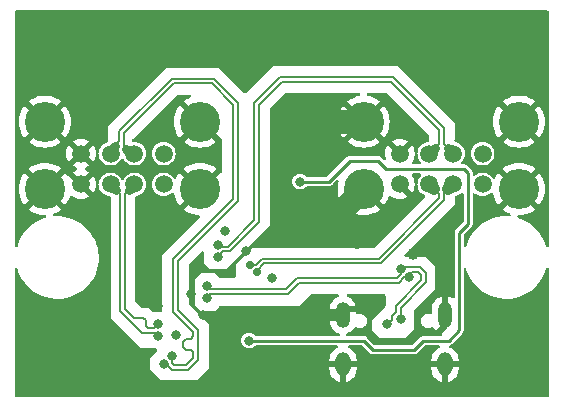
<source format=gbr>
%TF.GenerationSoftware,KiCad,Pcbnew,7.0.9-7.0.9~ubuntu22.04.1*%
%TF.CreationDate,2024-01-26T14:57:20+02:00*%
%TF.ProjectId,USB-NeoHUB_Rev_A,5553422d-4e65-46f4-9855-425f5265765f,A*%
%TF.SameCoordinates,PX5cfbb60PY69925e0*%
%TF.FileFunction,Copper,L2,Bot*%
%TF.FilePolarity,Positive*%
%FSLAX46Y46*%
G04 Gerber Fmt 4.6, Leading zero omitted, Abs format (unit mm)*
G04 Created by KiCad (PCBNEW 7.0.9-7.0.9~ubuntu22.04.1) date 2024-01-26 14:57:20*
%MOMM*%
%LPD*%
G01*
G04 APERTURE LIST*
%TA.AperFunction,ComponentPad*%
%ADD10C,3.400000*%
%TD*%
%TA.AperFunction,ComponentPad*%
%ADD11C,1.500000*%
%TD*%
%TA.AperFunction,ComponentPad*%
%ADD12O,1.200000X2.200000*%
%TD*%
%TA.AperFunction,ComponentPad*%
%ADD13O,1.300000X2.000000*%
%TD*%
%TA.AperFunction,ViaPad*%
%ADD14C,1.000000*%
%TD*%
%TA.AperFunction,ViaPad*%
%ADD15C,0.800000*%
%TD*%
%TA.AperFunction,ViaPad*%
%ADD16C,0.700000*%
%TD*%
%TA.AperFunction,Conductor*%
%ADD17C,0.508000*%
%TD*%
%TA.AperFunction,Conductor*%
%ADD18C,1.016000*%
%TD*%
%TA.AperFunction,Conductor*%
%ADD19C,2.032000*%
%TD*%
%TA.AperFunction,Conductor*%
%ADD20C,1.524000*%
%TD*%
%TA.AperFunction,Conductor*%
%ADD21C,0.762000*%
%TD*%
%TA.AperFunction,Conductor*%
%ADD22C,0.203200*%
%TD*%
%TA.AperFunction,Conductor*%
%ADD23C,0.254000*%
%TD*%
G04 APERTURE END LIST*
D10*
X43070000Y18000000D03*
X43070000Y23700000D03*
X29930000Y18000000D03*
X29930000Y23700000D03*
D11*
X40000000Y18380000D03*
X37500000Y18380000D03*
X35500000Y18380000D03*
X33000000Y18380000D03*
X40000000Y21000000D03*
X37500000Y21000000D03*
X35500000Y21000000D03*
X33000000Y21000000D03*
D12*
X36820000Y7330000D03*
X28180000Y7330000D03*
D13*
X36820000Y3150000D03*
X28180000Y3150000D03*
D10*
X16070000Y18000000D03*
X16070000Y23700000D03*
X2930000Y18000000D03*
X2930000Y23700000D03*
D11*
X13000000Y18380000D03*
X10500000Y18380000D03*
X8500000Y18380000D03*
X6000000Y18380000D03*
X13000000Y21000000D03*
X10500000Y21000000D03*
X8500000Y21000000D03*
X6000000Y21000000D03*
D14*
X8799000Y4147000D03*
X13498000Y1353000D03*
D15*
X14387000Y14688000D03*
D14*
X1433000Y8084000D03*
X9688000Y31833000D03*
X43851000Y29293000D03*
X22614502Y18879000D03*
X25309000Y29293000D03*
X5751000Y31833000D03*
X40930000Y31579000D03*
X12609000Y29293000D03*
X6513000Y25864000D03*
X22614502Y15196000D03*
X7910000Y29293000D03*
X3592000Y6052000D03*
X30897000Y3131000D03*
X16419000Y1353000D03*
X7656000Y9735000D03*
X40422000Y1226000D03*
D15*
X15276000Y9100000D03*
D14*
X17054000Y29293000D03*
D15*
X22134000Y10497000D03*
D14*
X37247000Y28785000D03*
X14387000Y31833000D03*
D15*
X14006000Y5671000D03*
X19975000Y12783000D03*
D14*
X25309000Y20276000D03*
X7402000Y14688000D03*
X42073000Y6306000D03*
X28357000Y31579000D03*
X36485000Y12910000D03*
X23912000Y3766000D03*
X25055000Y7830000D03*
X22614502Y16974000D03*
D15*
X16292000Y7322000D03*
D14*
X11593000Y16593000D03*
X27214000Y972000D03*
X34072000Y12529000D03*
X32421000Y28912000D03*
X34707000Y3131000D03*
X40041000Y8211000D03*
X34453000Y31579000D03*
X44867000Y8465000D03*
D15*
X12482000Y8084000D03*
D14*
X8037000Y1353000D03*
X29373000Y13418000D03*
X19975000Y1353000D03*
X5497000Y3258000D03*
X19086000Y31833000D03*
D15*
X18197000Y14434000D03*
D14*
X44867000Y4909000D03*
X1941000Y27769000D03*
X39406000Y26118000D03*
X42000000Y3600000D03*
X25278900Y17355000D03*
X3592000Y1353000D03*
X12482000Y13037000D03*
X32421000Y1226000D03*
X1433000Y4655000D03*
D15*
X17562000Y13284600D03*
X17562000Y12281400D03*
X12484482Y6538600D03*
X12484482Y5535400D03*
X13725685Y3866685D03*
X13016315Y3157315D03*
X24547000Y18625000D03*
X20229000Y5163000D03*
X16641750Y8785400D03*
X31913000Y6560000D03*
X33791685Y10523315D03*
X33082315Y11232685D03*
X16641750Y9788600D03*
X33062900Y6966400D03*
D16*
X20929330Y10939670D03*
X20290670Y11578330D03*
D17*
X28180000Y7330000D02*
X28680000Y7830000D01*
D18*
X28180000Y7330000D02*
X26714000Y7330000D01*
D19*
X29930000Y23700000D02*
X24669000Y23700000D01*
D17*
X28680000Y7830000D02*
X29881000Y7830000D01*
D18*
X22614502Y16974000D02*
X22614502Y18879000D01*
D19*
X26237000Y14307000D02*
X29930000Y18000000D01*
D18*
X7656000Y9735000D02*
X8037000Y10116000D01*
X8037000Y10116000D02*
X8037000Y13672000D01*
X8037000Y13672000D02*
X7529000Y14180000D01*
D17*
X36820000Y7330000D02*
X36820000Y6387000D01*
X36820000Y6387000D02*
X36231000Y5798000D01*
D18*
X29373000Y13418000D02*
X29373000Y14561000D01*
X22614502Y15350498D02*
X23658000Y14307000D01*
D17*
X16292000Y7322000D02*
X18197000Y7322000D01*
D18*
X22614502Y16974000D02*
X22614502Y15350498D01*
X22614502Y21645502D02*
X22614502Y18879000D01*
X24669000Y23700000D02*
X22614502Y21645502D01*
D20*
X23658000Y14307000D02*
X26237000Y14307000D01*
D21*
X37500000Y21000000D02*
X37062400Y21437600D01*
D22*
X36703201Y23139169D02*
X32378170Y27464200D01*
X32378170Y27464200D02*
X22811830Y27464200D01*
X17733400Y13113200D02*
X17562000Y13284600D01*
X20660800Y25313170D02*
X20660800Y15364336D01*
X37062400Y21437600D02*
X36703201Y21796799D01*
X36703201Y21796799D02*
X36703201Y23139169D01*
X22811830Y27464200D02*
X20660800Y25313170D01*
X18409664Y13113200D02*
X17733400Y13113200D01*
X20660800Y15364336D02*
X18409664Y13113200D01*
X35948000Y21448000D02*
X36296799Y21796799D01*
X32209830Y27057800D02*
X22980170Y27057800D01*
X36296799Y21796799D02*
X36296799Y22970831D01*
X36296799Y22970831D02*
X32209830Y27057800D01*
X21067200Y25144830D02*
X21067200Y15196000D01*
X22980170Y27057800D02*
X21067200Y25144830D01*
D21*
X35500000Y21000000D02*
X35948000Y21448000D01*
D22*
X17987400Y12706800D02*
X17562000Y12281400D01*
X21067200Y15196000D02*
X18578000Y12706800D01*
X18578000Y12706800D02*
X17987400Y12706800D01*
D21*
X10064100Y17944100D02*
X10500000Y18380000D01*
D22*
X11658799Y6240201D02*
X11466000Y6433000D01*
X11262800Y7068000D02*
X10483366Y7068000D01*
X12484482Y6538600D02*
X12186083Y6240201D01*
X9703201Y7848165D02*
X9703201Y17583201D01*
X11466000Y6433000D02*
X11466000Y6864800D01*
X11466000Y6864800D02*
X11262800Y7068000D01*
X10483366Y7068000D02*
X9703201Y7848165D01*
X12186083Y6240201D02*
X11658799Y6240201D01*
X9703201Y17583201D02*
X10064100Y17944100D01*
D21*
X8933400Y17946600D02*
X8500000Y18380000D01*
D22*
X12186083Y5833799D02*
X11142831Y5833799D01*
X9296799Y17583201D02*
X8933400Y17946600D01*
X11142831Y5833799D02*
X9296799Y7679831D01*
X9296799Y7679831D02*
X9296799Y17583201D01*
X12484482Y5535400D02*
X12186083Y5833799D01*
X13836170Y26930800D02*
X9637200Y22731830D01*
X17096830Y26930800D02*
X13836170Y26930800D01*
X14856900Y5290000D02*
X15276000Y5290000D01*
X15504600Y5917030D02*
X13802800Y7618830D01*
X15504600Y4172400D02*
X15276000Y4401000D01*
X15504600Y3680336D02*
X15504600Y4172400D01*
X14641000Y5074100D02*
X14856900Y5290000D01*
X14641000Y4629600D02*
X14641000Y5074100D01*
X13802800Y7618830D02*
X13802800Y12071800D01*
X13802800Y12071800D02*
X18882800Y17151800D01*
X15276000Y5290000D02*
X15504600Y5518600D01*
X13725685Y3866685D02*
X13725685Y3224051D01*
X18882800Y25144830D02*
X17096830Y26930800D01*
D21*
X10500000Y21000000D02*
X10234000Y21000000D01*
D22*
X14904464Y3080200D02*
X15504600Y3680336D01*
X15276000Y4401000D02*
X14869600Y4401000D01*
D21*
X10234000Y21000000D02*
X9815000Y21419000D01*
D22*
X15504600Y5518600D02*
X15504600Y5917030D01*
X9637200Y21596800D02*
X9815000Y21419000D01*
X13869536Y3080200D02*
X14904464Y3080200D01*
X9637200Y22731830D02*
X9637200Y21596800D01*
X13725685Y3224051D02*
X13869536Y3080200D01*
X18882800Y17151800D02*
X18882800Y25144830D01*
X14869600Y4401000D02*
X14641000Y4629600D01*
X19289200Y16983464D02*
X19289200Y25313170D01*
D21*
X8500000Y21297800D02*
X8875200Y21673000D01*
D22*
X9230800Y22900170D02*
X9230800Y22028600D01*
X14209200Y11903464D02*
X19289200Y16983464D01*
X15911000Y6085370D02*
X14209200Y7787170D01*
X13701200Y2673800D02*
X15072800Y2673800D01*
X13217685Y3157315D02*
X13701200Y2673800D01*
X13667830Y27337200D02*
X9230800Y22900170D01*
X15072800Y2673800D02*
X15911000Y3512000D01*
X9230800Y22028600D02*
X8875200Y21673000D01*
X13016315Y3157315D02*
X13217685Y3157315D01*
D21*
X8500000Y21000000D02*
X8500000Y21297800D01*
D22*
X19289200Y25313170D02*
X17265170Y27337200D01*
X14209200Y7787170D02*
X14209200Y11903464D01*
X17265170Y27337200D02*
X13667830Y27337200D01*
X15911000Y3512000D02*
X15911000Y6085370D01*
D23*
X38771000Y19387000D02*
X38771000Y15069000D01*
X38009000Y6052000D02*
X37120000Y5163000D01*
X34961000Y5163000D02*
X34199000Y4401000D01*
X31862200Y19691800D02*
X38466200Y19691800D01*
X31151000Y20403000D02*
X31862200Y19691800D01*
X38466200Y19691800D02*
X38771000Y19387000D01*
X38009000Y14307000D02*
X38009000Y6052000D01*
X37120000Y5163000D02*
X34961000Y5163000D01*
X24547000Y18625000D02*
X26960000Y18625000D01*
X30706500Y4401000D02*
X29944500Y5163000D01*
X26960000Y18625000D02*
X28738000Y20403000D01*
X28738000Y20403000D02*
X31151000Y20403000D01*
X29944500Y5163000D02*
X20229000Y5163000D01*
X34199000Y4401000D02*
X30706500Y4401000D01*
X38771000Y15069000D02*
X38009000Y14307000D01*
D22*
X34808600Y10709664D02*
X34538664Y10979600D01*
X23514799Y9083799D02*
X24470800Y10039800D01*
X34538664Y10979600D02*
X34046600Y10979600D01*
X16940149Y9083799D02*
X23514799Y9083799D01*
X31913000Y6560000D02*
X32294000Y6941000D01*
X24470800Y10039800D02*
X32886169Y10039800D01*
X32656500Y8098870D02*
X34808600Y10250970D01*
X32886169Y10039800D02*
X33369684Y10523315D01*
X16641750Y8785400D02*
X16940149Y9083799D01*
X33791685Y10724685D02*
X33791685Y10523315D01*
X32294000Y7245800D02*
X32656500Y7608300D01*
X34046600Y10979600D02*
X33791685Y10724685D01*
X34808600Y10250970D02*
X34808600Y10709664D01*
X33369684Y10523315D02*
X33791685Y10523315D01*
X32294000Y6941000D02*
X32294000Y7245800D01*
X32656500Y7608300D02*
X32656500Y8098870D01*
X24302464Y10446200D02*
X32717831Y10446200D01*
X32717831Y10446200D02*
X33082315Y10810684D01*
X33235630Y11386000D02*
X33082315Y11232685D01*
X23346465Y9490201D02*
X24302464Y10446200D01*
X16940149Y9490201D02*
X23346465Y9490201D01*
X16641750Y9788600D02*
X16940149Y9490201D01*
X33062900Y6966400D02*
X33062900Y7930530D01*
X33082315Y10810684D02*
X33082315Y11232685D01*
X35215000Y10082630D02*
X35215000Y10878000D01*
X33062900Y7930530D02*
X35215000Y10082630D01*
X35215000Y10878000D02*
X34707000Y11386000D01*
X34707000Y11386000D02*
X33235630Y11386000D01*
X31362170Y11690800D02*
X21524400Y11690800D01*
X36703201Y17031831D02*
X31362170Y11690800D01*
D18*
X37500000Y18380000D02*
X37115000Y17995000D01*
D22*
X20929330Y11095730D02*
X20929330Y10939670D01*
X36703201Y17583201D02*
X36703201Y17031831D01*
X21524400Y11690800D02*
X20929330Y11095730D01*
X37115000Y17995000D02*
X36703201Y17583201D01*
X20848064Y11589200D02*
X20301540Y11589200D01*
X20301540Y11589200D02*
X20290670Y11578330D01*
D18*
X35500000Y18380000D02*
X35870000Y18010000D01*
D22*
X36296799Y17200169D02*
X31193830Y12097200D01*
X21356064Y12097200D02*
X20848064Y11589200D01*
X35870000Y18010000D02*
X36296799Y17583201D01*
X31193830Y12097200D02*
X21356064Y12097200D01*
X36296799Y17583201D02*
X36296799Y17200169D01*
%TA.AperFunction,Conductor*%
G36*
X45560621Y33098498D02*
G01*
X45607114Y33044842D01*
X45618500Y32992500D01*
X45618500Y13179260D01*
X45598498Y13111139D01*
X45544842Y13064646D01*
X45474568Y13054542D01*
X45409988Y13084036D01*
X45371865Y13142885D01*
X45297600Y13389181D01*
X45297596Y13389190D01*
X45285437Y13418000D01*
X45152511Y13732967D01*
X44971707Y14059374D01*
X44757232Y14364713D01*
X44757227Y14364719D01*
X44757222Y14364725D01*
X44511517Y14645527D01*
X44511515Y14645529D01*
X44237344Y14898630D01*
X43937828Y15121152D01*
X43937827Y15121154D01*
X43758157Y15227023D01*
X43616345Y15310585D01*
X43276554Y15464770D01*
X43276551Y15464771D01*
X43018391Y15550175D01*
X42960000Y15590560D01*
X42932712Y15656103D01*
X42945191Y15725994D01*
X42993475Y15778044D01*
X43062234Y15795727D01*
X43066215Y15795529D01*
X43070006Y15795281D01*
X43357769Y15814142D01*
X43357787Y15814145D01*
X43640619Y15870404D01*
X43640632Y15870407D01*
X43913702Y15963102D01*
X43913716Y15963108D01*
X44172357Y16090654D01*
X44412144Y16250876D01*
X44412147Y16250879D01*
X44440607Y16275838D01*
X44440607Y16275840D01*
X43725308Y16991139D01*
X43881898Y17109390D01*
X44031723Y17273740D01*
X44076880Y17346673D01*
X44794160Y16629393D01*
X44794162Y16629393D01*
X44819121Y16657853D01*
X44819124Y16657856D01*
X44979346Y16897643D01*
X45106892Y17156284D01*
X45106898Y17156298D01*
X45199593Y17429368D01*
X45199596Y17429381D01*
X45255855Y17712213D01*
X45255858Y17712231D01*
X45274720Y17999997D01*
X45274720Y18000004D01*
X45255858Y18287770D01*
X45255855Y18287788D01*
X45199596Y18570620D01*
X45199593Y18570633D01*
X45106898Y18843703D01*
X45106892Y18843717D01*
X44979346Y19102358D01*
X44819123Y19342147D01*
X44794161Y19370610D01*
X44076880Y18653329D01*
X44031723Y18726260D01*
X43881898Y18890610D01*
X43725307Y19008862D01*
X44440607Y19724162D01*
X44440607Y19724164D01*
X44412152Y19749119D01*
X44412148Y19749122D01*
X44172357Y19909347D01*
X43913716Y20036893D01*
X43913702Y20036899D01*
X43640632Y20129594D01*
X43640619Y20129597D01*
X43357787Y20185856D01*
X43357769Y20185859D01*
X43070003Y20204720D01*
X43069997Y20204720D01*
X42782230Y20185859D01*
X42782212Y20185856D01*
X42499380Y20129597D01*
X42499367Y20129594D01*
X42226297Y20036899D01*
X42226283Y20036893D01*
X41967642Y19909347D01*
X41727852Y19749123D01*
X41727849Y19749121D01*
X41699391Y19724164D01*
X41699391Y19724162D01*
X42414691Y19008862D01*
X42258102Y18890610D01*
X42108277Y18726260D01*
X42063119Y18653328D01*
X41345838Y19370609D01*
X41345836Y19370609D01*
X41320879Y19342151D01*
X41320877Y19342148D01*
X41160653Y19102358D01*
X41073469Y18925563D01*
X41025401Y18873314D01*
X40956715Y18855347D01*
X40889220Y18877366D01*
X40849341Y18921894D01*
X40847499Y18925340D01*
X40839252Y18940770D01*
X40713725Y19093725D01*
X40560770Y19219252D01*
X40386265Y19312527D01*
X40196916Y19369965D01*
X40196915Y19369966D01*
X40196909Y19369967D01*
X40000003Y19389360D01*
X39999997Y19389360D01*
X39803090Y19369967D01*
X39613734Y19312527D01*
X39439229Y19219252D01*
X39415771Y19200000D01*
X39376290Y19167598D01*
X39358434Y19152944D01*
X39293087Y19125190D01*
X39223108Y19137172D01*
X39170717Y19185084D01*
X39152500Y19250343D01*
X39152500Y19334367D01*
X39155182Y19360227D01*
X39157445Y19371017D01*
X39152983Y19406811D01*
X39152500Y19414601D01*
X39152500Y19418612D01*
X39148596Y19442005D01*
X39141696Y19497361D01*
X39139426Y19504987D01*
X39136818Y19512581D01*
X39136818Y19512586D01*
X39110270Y19561642D01*
X39085776Y19611746D01*
X39085772Y19611750D01*
X39081129Y19618254D01*
X39076216Y19624567D01*
X39035181Y19662341D01*
X38922767Y19774755D01*
X38773177Y19924345D01*
X38756790Y19944526D01*
X38750760Y19953756D01*
X38750759Y19953758D01*
X38722304Y19975904D01*
X38716445Y19981078D01*
X38713613Y19983910D01*
X38713602Y19983920D01*
X38694299Y19997701D01*
X38650286Y20031958D01*
X38643264Y20035758D01*
X38636072Y20039274D01*
X38636070Y20039275D01*
X38636067Y20039276D01*
X38582612Y20055191D01*
X38529864Y20073299D01*
X38529863Y20073300D01*
X38529861Y20073300D01*
X38529858Y20073300D01*
X38521948Y20074621D01*
X38514042Y20075606D01*
X38458316Y20073300D01*
X38304940Y20073300D01*
X38236819Y20093302D01*
X38190326Y20146958D01*
X38180222Y20217232D01*
X38209716Y20281812D01*
X38212630Y20284943D01*
X38213719Y20286271D01*
X38213725Y20286275D01*
X38339252Y20439230D01*
X38432527Y20613735D01*
X38489965Y20803084D01*
X38502280Y20928111D01*
X38509360Y20999998D01*
X38990640Y20999998D01*
X39010033Y20803091D01*
X39010034Y20803085D01*
X39010035Y20803084D01*
X39067473Y20613735D01*
X39160748Y20439230D01*
X39286275Y20286275D01*
X39439230Y20160748D01*
X39613735Y20067473D01*
X39803084Y20010035D01*
X39803088Y20010035D01*
X39803090Y20010034D01*
X39999997Y19990640D01*
X40000000Y19990640D01*
X40000003Y19990640D01*
X40196909Y20010034D01*
X40196910Y20010035D01*
X40196916Y20010035D01*
X40386265Y20067473D01*
X40560770Y20160748D01*
X40713725Y20286275D01*
X40839252Y20439230D01*
X40932527Y20613735D01*
X40989965Y20803084D01*
X41002280Y20928111D01*
X41009360Y20999998D01*
X41009360Y21000003D01*
X40989966Y21196910D01*
X40989965Y21196912D01*
X40989965Y21196916D01*
X40932527Y21386265D01*
X40839252Y21560770D01*
X40713725Y21713725D01*
X40560770Y21839252D01*
X40386265Y21932527D01*
X40196916Y21989965D01*
X40196915Y21989966D01*
X40196909Y21989967D01*
X40000003Y22009360D01*
X39999997Y22009360D01*
X39803090Y21989967D01*
X39613734Y21932527D01*
X39439229Y21839252D01*
X39286275Y21713725D01*
X39160748Y21560771D01*
X39067473Y21386266D01*
X39010033Y21196910D01*
X38990640Y21000003D01*
X38990640Y20999998D01*
X38509360Y20999998D01*
X38509360Y21000003D01*
X38489966Y21196910D01*
X38489965Y21196912D01*
X38489965Y21196916D01*
X38432527Y21386265D01*
X38339252Y21560770D01*
X38213725Y21713725D01*
X38060770Y21839252D01*
X37886266Y21932527D01*
X37710768Y21985763D01*
X37698632Y21989445D01*
X37639252Y22028360D01*
X37610336Y22093201D01*
X37621067Y22163382D01*
X37628000Y22173273D01*
X37628000Y23578000D01*
X37627999Y23578002D01*
X37506004Y23699997D01*
X40865280Y23699997D01*
X40884141Y23412231D01*
X40884144Y23412213D01*
X40940403Y23129381D01*
X40940406Y23129368D01*
X41033101Y22856298D01*
X41033107Y22856284D01*
X41160653Y22597643D01*
X41320878Y22357852D01*
X41320881Y22357848D01*
X41345836Y22329393D01*
X41345838Y22329393D01*
X42063118Y23046674D01*
X42108277Y22973740D01*
X42258102Y22809390D01*
X42414690Y22691140D01*
X41699390Y21975839D01*
X41727853Y21950877D01*
X41967642Y21790654D01*
X42226283Y21663108D01*
X42226297Y21663102D01*
X42499367Y21570407D01*
X42499380Y21570404D01*
X42782212Y21514145D01*
X42782230Y21514142D01*
X43069997Y21495280D01*
X43070003Y21495280D01*
X43357769Y21514142D01*
X43357787Y21514145D01*
X43640619Y21570404D01*
X43640632Y21570407D01*
X43913702Y21663102D01*
X43913716Y21663108D01*
X44172357Y21790654D01*
X44412144Y21950876D01*
X44412147Y21950879D01*
X44440607Y21975838D01*
X44440607Y21975840D01*
X43725308Y22691139D01*
X43881898Y22809390D01*
X44031723Y22973740D01*
X44076880Y23046673D01*
X44794160Y22329393D01*
X44794162Y22329393D01*
X44819121Y22357853D01*
X44819124Y22357856D01*
X44979346Y22597643D01*
X45106892Y22856284D01*
X45106898Y22856298D01*
X45199593Y23129368D01*
X45199596Y23129381D01*
X45255855Y23412213D01*
X45255858Y23412231D01*
X45274720Y23699997D01*
X45274720Y23700004D01*
X45255858Y23987770D01*
X45255855Y23987788D01*
X45199596Y24270620D01*
X45199593Y24270633D01*
X45106898Y24543703D01*
X45106892Y24543717D01*
X44979346Y24802358D01*
X44819123Y25042147D01*
X44794161Y25070610D01*
X44076880Y24353329D01*
X44031723Y24426260D01*
X43881898Y24590610D01*
X43725307Y24708862D01*
X44440607Y25424162D01*
X44440607Y25424164D01*
X44412152Y25449119D01*
X44412148Y25449122D01*
X44172357Y25609347D01*
X43913716Y25736893D01*
X43913702Y25736899D01*
X43640632Y25829594D01*
X43640619Y25829597D01*
X43357787Y25885856D01*
X43357769Y25885859D01*
X43070003Y25904720D01*
X43069997Y25904720D01*
X42782230Y25885859D01*
X42782212Y25885856D01*
X42499380Y25829597D01*
X42499367Y25829594D01*
X42226297Y25736899D01*
X42226283Y25736893D01*
X41967642Y25609347D01*
X41727852Y25449123D01*
X41727849Y25449121D01*
X41699391Y25424164D01*
X41699391Y25424162D01*
X42414691Y24708862D01*
X42258102Y24590610D01*
X42108277Y24426260D01*
X42063119Y24353328D01*
X41345838Y25070609D01*
X41345836Y25070609D01*
X41320879Y25042151D01*
X41320877Y25042148D01*
X41160653Y24802358D01*
X41033107Y24543717D01*
X41033101Y24543703D01*
X40940406Y24270633D01*
X40940403Y24270620D01*
X40884144Y23987788D01*
X40884141Y23987770D01*
X40865280Y23700004D01*
X40865280Y23699997D01*
X37506004Y23699997D01*
X32802001Y28404000D01*
X32802000Y28404000D01*
X22261000Y28404000D01*
X22260998Y28404000D01*
X20000595Y26143596D01*
X19938283Y26109570D01*
X19867468Y26114635D01*
X19822405Y26143596D01*
X17689001Y28277000D01*
X17689000Y28277000D01*
X13244000Y28277000D01*
X13243998Y28277000D01*
X8291000Y23324002D01*
X8291000Y22180999D01*
X8291737Y22180262D01*
X8325763Y22117950D01*
X8320698Y22047135D01*
X8278151Y21990299D01*
X8239218Y21970593D01*
X8113740Y21932530D01*
X8113735Y21932528D01*
X7939229Y21839252D01*
X7786275Y21713725D01*
X7660748Y21560771D01*
X7567473Y21386266D01*
X7510033Y21196910D01*
X7498545Y21080271D01*
X7471962Y21014439D01*
X7453050Y21001058D01*
X7463649Y20995050D01*
X7496682Y20932206D01*
X7498545Y20919730D01*
X7510033Y20803091D01*
X7510034Y20803085D01*
X7510035Y20803084D01*
X7567473Y20613735D01*
X7660748Y20439230D01*
X7786275Y20286275D01*
X7939230Y20160748D01*
X8113735Y20067473D01*
X8303084Y20010035D01*
X8303088Y20010035D01*
X8303090Y20010034D01*
X8499997Y19990640D01*
X8500000Y19990640D01*
X8500003Y19990640D01*
X8696909Y20010034D01*
X8696910Y20010035D01*
X8696916Y20010035D01*
X8886265Y20067473D01*
X9060770Y20160748D01*
X9213725Y20286275D01*
X9339252Y20439230D01*
X9388878Y20532075D01*
X9438630Y20582722D01*
X9507867Y20598432D01*
X9574606Y20574216D01*
X9611121Y20532075D01*
X9660748Y20439230D01*
X9786275Y20286275D01*
X9939230Y20160748D01*
X10113735Y20067473D01*
X10303084Y20010035D01*
X10303088Y20010035D01*
X10303090Y20010034D01*
X10499997Y19990640D01*
X10500000Y19990640D01*
X10500003Y19990640D01*
X10696909Y20010034D01*
X10696910Y20010035D01*
X10696916Y20010035D01*
X10886265Y20067473D01*
X11060770Y20160748D01*
X11213725Y20286275D01*
X11339252Y20439230D01*
X11432527Y20613735D01*
X11489965Y20803084D01*
X11502280Y20928111D01*
X11509360Y20999998D01*
X11990640Y20999998D01*
X12010033Y20803091D01*
X12010034Y20803085D01*
X12010035Y20803084D01*
X12067473Y20613735D01*
X12160748Y20439230D01*
X12286275Y20286275D01*
X12439230Y20160748D01*
X12613735Y20067473D01*
X12803084Y20010035D01*
X12803088Y20010035D01*
X12803090Y20010034D01*
X12999997Y19990640D01*
X13000000Y19990640D01*
X13000003Y19990640D01*
X13196909Y20010034D01*
X13196910Y20010035D01*
X13196916Y20010035D01*
X13386265Y20067473D01*
X13560770Y20160748D01*
X13713725Y20286275D01*
X13839252Y20439230D01*
X13932527Y20613735D01*
X13989965Y20803084D01*
X14002280Y20928111D01*
X14009360Y20999998D01*
X14009360Y21000003D01*
X13989966Y21196910D01*
X13989965Y21196912D01*
X13989965Y21196916D01*
X13932527Y21386265D01*
X13839252Y21560770D01*
X13713725Y21713725D01*
X13560770Y21839252D01*
X13386265Y21932527D01*
X13196916Y21989965D01*
X13196915Y21989966D01*
X13196909Y21989967D01*
X13000003Y22009360D01*
X12999997Y22009360D01*
X12803090Y21989967D01*
X12613734Y21932527D01*
X12439229Y21839252D01*
X12286275Y21713725D01*
X12160748Y21560771D01*
X12067473Y21386266D01*
X12010033Y21196910D01*
X11990640Y21000003D01*
X11990640Y20999998D01*
X11509360Y20999998D01*
X11509360Y21000003D01*
X11489966Y21196910D01*
X11489965Y21196912D01*
X11489965Y21196916D01*
X11432527Y21386265D01*
X11339252Y21560770D01*
X11213725Y21713725D01*
X11060770Y21839252D01*
X10886265Y21932527D01*
X10696916Y21989965D01*
X10696915Y21989966D01*
X10696909Y21989967D01*
X10500003Y22009360D01*
X10500001Y22009360D01*
X10500000Y22009360D01*
X10488658Y22008243D01*
X10463717Y22005787D01*
X10393964Y22019018D01*
X10342437Y22067859D01*
X10325496Y22136805D01*
X10348518Y22203965D01*
X10362264Y22220265D01*
X10577000Y22435000D01*
X14096095Y25954095D01*
X14158407Y25988121D01*
X14185190Y25991000D01*
X15211687Y25991000D01*
X15279808Y25970998D01*
X15326301Y25917342D01*
X15336405Y25847068D01*
X15306911Y25782488D01*
X15252188Y25745687D01*
X15226297Y25736899D01*
X15226283Y25736893D01*
X14967642Y25609347D01*
X14727852Y25449123D01*
X14727849Y25449121D01*
X14699391Y25424164D01*
X14699391Y25424162D01*
X15414691Y24708862D01*
X15258102Y24590610D01*
X15108277Y24426260D01*
X15063119Y24353328D01*
X14345838Y25070609D01*
X14345836Y25070609D01*
X14320879Y25042151D01*
X14320877Y25042148D01*
X14160653Y24802358D01*
X14033107Y24543717D01*
X14033101Y24543703D01*
X13940406Y24270633D01*
X13940403Y24270620D01*
X13884144Y23987788D01*
X13884141Y23987770D01*
X13865280Y23700004D01*
X13865280Y23699997D01*
X13884141Y23412231D01*
X13884144Y23412213D01*
X13940403Y23129381D01*
X13940406Y23129368D01*
X14033101Y22856298D01*
X14033107Y22856284D01*
X14160653Y22597643D01*
X14320878Y22357852D01*
X14320881Y22357848D01*
X14345836Y22329393D01*
X14345838Y22329393D01*
X15063118Y23046674D01*
X15108277Y22973740D01*
X15258102Y22809390D01*
X15414690Y22691140D01*
X14699390Y21975839D01*
X14727853Y21950877D01*
X14967642Y21790654D01*
X15226283Y21663108D01*
X15226297Y21663102D01*
X15499367Y21570407D01*
X15499380Y21570404D01*
X15782212Y21514145D01*
X15782230Y21514142D01*
X16069997Y21495280D01*
X16070003Y21495280D01*
X16357769Y21514142D01*
X16357787Y21514145D01*
X16640619Y21570404D01*
X16640632Y21570407D01*
X16913702Y21663102D01*
X16913716Y21663108D01*
X17172357Y21790654D01*
X17412144Y21950876D01*
X17412147Y21950879D01*
X17440607Y21975838D01*
X17440607Y21975840D01*
X16725308Y22691139D01*
X16881898Y22809390D01*
X17031723Y22973740D01*
X17076880Y23046673D01*
X17794160Y22329393D01*
X17812879Y22330005D01*
X17881617Y22312241D01*
X17929840Y22260135D01*
X17943000Y22204072D01*
X17943000Y19495930D01*
X17922998Y19427809D01*
X17869342Y19381316D01*
X17812879Y19369997D01*
X17794161Y19370610D01*
X17076880Y18653329D01*
X17031723Y18726260D01*
X16881898Y18890610D01*
X16725307Y19008862D01*
X17440607Y19724162D01*
X17440607Y19724164D01*
X17412152Y19749119D01*
X17412148Y19749122D01*
X17172357Y19909347D01*
X16913716Y20036893D01*
X16913702Y20036899D01*
X16640632Y20129594D01*
X16640619Y20129597D01*
X16357787Y20185856D01*
X16357769Y20185859D01*
X16070003Y20204720D01*
X16069997Y20204720D01*
X15782230Y20185859D01*
X15782212Y20185856D01*
X15499380Y20129597D01*
X15499367Y20129594D01*
X15226297Y20036899D01*
X15226283Y20036893D01*
X14967642Y19909347D01*
X14727852Y19749123D01*
X14727849Y19749121D01*
X14699391Y19724164D01*
X14699391Y19724162D01*
X15414691Y19008862D01*
X15258102Y18890610D01*
X15108277Y18726260D01*
X15063119Y18653328D01*
X14345838Y19370609D01*
X14345836Y19370609D01*
X14320879Y19342151D01*
X14320877Y19342148D01*
X14160653Y19102358D01*
X14073469Y18925563D01*
X14025401Y18873314D01*
X13956715Y18855347D01*
X13889220Y18877366D01*
X13849341Y18921894D01*
X13847499Y18925340D01*
X13839252Y18940770D01*
X13713725Y19093725D01*
X13560770Y19219252D01*
X13386265Y19312527D01*
X13196916Y19369965D01*
X13196915Y19369966D01*
X13196909Y19369967D01*
X13000003Y19389360D01*
X12999997Y19389360D01*
X12803090Y19369967D01*
X12613734Y19312527D01*
X12439229Y19219252D01*
X12286275Y19093725D01*
X12160748Y18940771D01*
X12067473Y18766266D01*
X12010033Y18576910D01*
X11990640Y18380003D01*
X11990640Y18379998D01*
X12010033Y18183091D01*
X12010034Y18183085D01*
X12010035Y18183084D01*
X12067473Y17993735D01*
X12160748Y17819230D01*
X12286275Y17666275D01*
X12439230Y17540748D01*
X12613735Y17447473D01*
X12803084Y17390035D01*
X12803088Y17390035D01*
X12803090Y17390034D01*
X12999997Y17370640D01*
X13000000Y17370640D01*
X13000003Y17370640D01*
X13196909Y17390034D01*
X13196910Y17390035D01*
X13196916Y17390035D01*
X13386265Y17447473D01*
X13560770Y17540748D01*
X13705586Y17659596D01*
X13770929Y17687348D01*
X13840907Y17675367D01*
X13893299Y17627454D01*
X13909095Y17586777D01*
X13940404Y17429378D01*
X13940406Y17429368D01*
X14033101Y17156298D01*
X14033107Y17156284D01*
X14160653Y16897643D01*
X14320878Y16657852D01*
X14320881Y16657848D01*
X14345836Y16629393D01*
X14345838Y16629393D01*
X15063118Y17346674D01*
X15108277Y17273740D01*
X15258102Y17109390D01*
X15414690Y16991139D01*
X14699390Y16275839D01*
X14727853Y16250877D01*
X14967642Y16090654D01*
X15226283Y15963108D01*
X15226297Y15963102D01*
X15499367Y15870407D01*
X15499380Y15870404D01*
X15782212Y15814145D01*
X15782229Y15814142D01*
X15967329Y15802010D01*
X16033995Y15777596D01*
X16076880Y15721014D01*
X16082366Y15650230D01*
X16048712Y15587716D01*
X16048183Y15587185D01*
X12863000Y12402002D01*
X12863000Y7702000D01*
X12842998Y7633879D01*
X12789342Y7587386D01*
X12737000Y7576000D01*
X12153190Y7576000D01*
X12085069Y7596002D01*
X12064099Y7612901D01*
X11720000Y7957000D01*
X11137190Y7957000D01*
X11069069Y7977002D01*
X11048095Y7993905D01*
X10613905Y8428095D01*
X10579879Y8490407D01*
X10577000Y8517190D01*
X10577000Y17264025D01*
X10597002Y17332146D01*
X10650658Y17378639D01*
X10690656Y17389419D01*
X10696916Y17390035D01*
X10886265Y17447473D01*
X11060770Y17540748D01*
X11213725Y17666275D01*
X11339252Y17819230D01*
X11432527Y17993735D01*
X11489965Y18183084D01*
X11490430Y18187799D01*
X11509360Y18379998D01*
X11509360Y18380003D01*
X11489966Y18576910D01*
X11489965Y18576912D01*
X11489965Y18576916D01*
X11432527Y18766265D01*
X11339252Y18940770D01*
X11213725Y19093725D01*
X11060770Y19219252D01*
X10886265Y19312527D01*
X10696916Y19369965D01*
X10696915Y19369966D01*
X10696909Y19369967D01*
X10500003Y19389360D01*
X10499997Y19389360D01*
X10303090Y19369967D01*
X10113734Y19312527D01*
X9939229Y19219252D01*
X9786275Y19093725D01*
X9660748Y18940771D01*
X9611122Y18847927D01*
X9561370Y18797279D01*
X9492133Y18781569D01*
X9425394Y18805785D01*
X9388878Y18847927D01*
X9349341Y18921894D01*
X9339252Y18940770D01*
X9213725Y19093725D01*
X9060770Y19219252D01*
X8886265Y19312527D01*
X8696916Y19369965D01*
X8696915Y19369966D01*
X8696909Y19369967D01*
X8500003Y19389360D01*
X8499997Y19389360D01*
X8303090Y19369967D01*
X8113734Y19312527D01*
X7939229Y19219252D01*
X7786275Y19093725D01*
X7660748Y18940771D01*
X7567473Y18766266D01*
X7510033Y18576910D01*
X7498545Y18460271D01*
X7471962Y18394439D01*
X7453050Y18381058D01*
X7463649Y18375050D01*
X7496682Y18312206D01*
X7498545Y18299730D01*
X7510033Y18183091D01*
X7510034Y18183085D01*
X7510035Y18183084D01*
X7567473Y17993735D01*
X7660748Y17819230D01*
X7786275Y17666275D01*
X7939230Y17540748D01*
X8113735Y17447473D01*
X8303084Y17390035D01*
X8303089Y17390035D01*
X8303091Y17390034D01*
X8367911Y17383650D01*
X8431349Y17377402D01*
X8497182Y17350820D01*
X8538192Y17292866D01*
X8545000Y17252009D01*
X8545000Y7067999D01*
X11084998Y4528001D01*
X11085000Y4528000D01*
X12318818Y4528000D01*
X12386939Y4507998D01*
X12433432Y4454342D01*
X12443536Y4384068D01*
X12415614Y4321337D01*
X11847000Y3639001D01*
X11847000Y2749999D01*
X12735998Y1861001D01*
X12736000Y1861000D01*
X15784000Y1861000D01*
X16800000Y2877000D01*
X16800000Y6560000D01*
X16799999Y6560002D01*
X15185905Y8174096D01*
X15151879Y8236408D01*
X15149000Y8263191D01*
X15149000Y11587810D01*
X15169002Y11655931D01*
X15185905Y11676905D01*
X16203905Y12694905D01*
X16266217Y12728931D01*
X16337032Y12723866D01*
X16393868Y12681319D01*
X16418679Y12614799D01*
X16419000Y12605810D01*
X16419000Y11766999D01*
X16926998Y11259001D01*
X16927000Y11259000D01*
X18324000Y11259000D01*
X22007000Y14942000D01*
X22007000Y24795810D01*
X22027002Y24863931D01*
X22043905Y24884905D01*
X23240095Y26081095D01*
X23302407Y26115121D01*
X23329190Y26118000D01*
X29529982Y26118000D01*
X29598103Y26097998D01*
X29644596Y26044342D01*
X29654700Y25974068D01*
X29625206Y25909488D01*
X29565480Y25871104D01*
X29554563Y25868421D01*
X29359380Y25829597D01*
X29359367Y25829594D01*
X29086297Y25736899D01*
X29086283Y25736893D01*
X28827642Y25609347D01*
X28587852Y25449123D01*
X28587849Y25449121D01*
X28559391Y25424164D01*
X28559391Y25424162D01*
X29274691Y24708862D01*
X29118102Y24590610D01*
X28968277Y24426260D01*
X28923119Y24353328D01*
X28205838Y25070609D01*
X28205836Y25070609D01*
X28180879Y25042151D01*
X28180877Y25042148D01*
X28020653Y24802358D01*
X27893107Y24543717D01*
X27893101Y24543703D01*
X27800406Y24270633D01*
X27800403Y24270620D01*
X27744144Y23987788D01*
X27744141Y23987770D01*
X27725280Y23700004D01*
X27725280Y23699997D01*
X27744141Y23412231D01*
X27744144Y23412213D01*
X27800403Y23129381D01*
X27800406Y23129368D01*
X27893101Y22856298D01*
X27893107Y22856284D01*
X28020653Y22597643D01*
X28180878Y22357852D01*
X28180881Y22357848D01*
X28205836Y22329393D01*
X28205838Y22329393D01*
X28923118Y23046674D01*
X28968277Y22973740D01*
X29118102Y22809390D01*
X29274690Y22691140D01*
X28559390Y21975839D01*
X28587853Y21950877D01*
X28827642Y21790654D01*
X29086283Y21663108D01*
X29086297Y21663102D01*
X29359367Y21570407D01*
X29359380Y21570404D01*
X29642212Y21514145D01*
X29642230Y21514142D01*
X29929997Y21495280D01*
X29930003Y21495280D01*
X30217769Y21514142D01*
X30217787Y21514145D01*
X30500619Y21570404D01*
X30500632Y21570407D01*
X30773702Y21663102D01*
X30773716Y21663108D01*
X31032357Y21790654D01*
X31272144Y21950876D01*
X31272147Y21950879D01*
X31300607Y21975838D01*
X31300607Y21975840D01*
X30585308Y22691139D01*
X30741898Y22809390D01*
X30891723Y22973740D01*
X30936880Y23046673D01*
X31654160Y22329393D01*
X31654162Y22329393D01*
X31679121Y22357853D01*
X31679124Y22357856D01*
X31839346Y22597643D01*
X31966892Y22856284D01*
X31966898Y22856298D01*
X32059593Y23129368D01*
X32059596Y23129381D01*
X32115855Y23412213D01*
X32115858Y23412231D01*
X32134720Y23699997D01*
X32134720Y23700004D01*
X32115858Y23987770D01*
X32115855Y23987788D01*
X32059596Y24270620D01*
X32059593Y24270633D01*
X31966898Y24543703D01*
X31966892Y24543717D01*
X31839346Y24802358D01*
X31679123Y25042147D01*
X31654161Y25070610D01*
X30936880Y24353329D01*
X30891723Y24426260D01*
X30741898Y24590610D01*
X30585307Y24708862D01*
X31300607Y25424162D01*
X31300607Y25424164D01*
X31272152Y25449119D01*
X31272148Y25449122D01*
X31032357Y25609347D01*
X30773716Y25736893D01*
X30773702Y25736899D01*
X30500632Y25829594D01*
X30500619Y25829597D01*
X30305437Y25868421D01*
X30242527Y25901329D01*
X30207395Y25963024D01*
X30211195Y26033918D01*
X30252721Y26091504D01*
X30318788Y26117499D01*
X30330018Y26118000D01*
X31860810Y26118000D01*
X31928931Y26097998D01*
X31949905Y26081095D01*
X35432095Y22598905D01*
X35466121Y22536593D01*
X35469000Y22509810D01*
X35469000Y22156603D01*
X35473679Y22148034D01*
X35468614Y22077219D01*
X35426067Y22020383D01*
X35362908Y21995858D01*
X35303090Y21989967D01*
X35113734Y21932527D01*
X34939229Y21839252D01*
X34786275Y21713725D01*
X34660748Y21560771D01*
X34567473Y21386266D01*
X34510033Y21196910D01*
X34498545Y21080271D01*
X34471962Y21014439D01*
X34453050Y21001058D01*
X34463649Y20995050D01*
X34496682Y20932206D01*
X34498545Y20919730D01*
X34510033Y20803091D01*
X34510034Y20803085D01*
X34510035Y20803084D01*
X34567473Y20613735D01*
X34660748Y20439230D01*
X34786275Y20286275D01*
X34786277Y20286273D01*
X34790202Y20281491D01*
X34788629Y20280201D01*
X34818181Y20226083D01*
X34813116Y20155268D01*
X34770569Y20098432D01*
X34704049Y20073621D01*
X34695060Y20073300D01*
X34119130Y20073300D01*
X34051009Y20093302D01*
X34004516Y20146958D01*
X33994412Y20217232D01*
X34015917Y20271570D01*
X34086666Y20372612D01*
X34086667Y20372614D01*
X34179101Y20570839D01*
X34179103Y20570845D01*
X34235711Y20782108D01*
X34247631Y20918360D01*
X34273494Y20984478D01*
X34293592Y20999033D01*
X34281703Y21005944D01*
X34249358Y21069145D01*
X34247631Y21081641D01*
X34235711Y21217893D01*
X34179103Y21429156D01*
X34179101Y21429161D01*
X34086667Y21627387D01*
X34043124Y21689572D01*
X34043122Y21689572D01*
X33483076Y21129526D01*
X33459493Y21209844D01*
X33381761Y21330798D01*
X33273100Y21424952D01*
X33142315Y21484680D01*
X33132532Y21486087D01*
X33689571Y22043126D01*
X33627389Y22086666D01*
X33429160Y22179102D01*
X33429155Y22179104D01*
X33217892Y22235712D01*
X33000000Y22254775D01*
X32782107Y22235712D01*
X32570844Y22179104D01*
X32570839Y22179102D01*
X32372609Y22086666D01*
X32310428Y22043127D01*
X32310428Y22043126D01*
X32867467Y21486087D01*
X32857685Y21484680D01*
X32726900Y21424952D01*
X32618239Y21330798D01*
X32540507Y21209844D01*
X32516923Y21129524D01*
X31956875Y21689572D01*
X31956873Y21689572D01*
X31913334Y21627391D01*
X31820898Y21429161D01*
X31820896Y21429156D01*
X31764288Y21217893D01*
X31745225Y21000000D01*
X31764288Y20782108D01*
X31808345Y20617686D01*
X31806655Y20546709D01*
X31766861Y20487914D01*
X31701596Y20459966D01*
X31631583Y20471740D01*
X31597543Y20495980D01*
X31457980Y20635543D01*
X31441591Y20655724D01*
X31435560Y20664956D01*
X31407103Y20687105D01*
X31401245Y20692278D01*
X31398413Y20695110D01*
X31398402Y20695120D01*
X31379099Y20708901D01*
X31335086Y20743158D01*
X31328064Y20746958D01*
X31320872Y20750474D01*
X31320870Y20750475D01*
X31320867Y20750476D01*
X31267412Y20766391D01*
X31214664Y20784499D01*
X31214663Y20784500D01*
X31214661Y20784500D01*
X31214658Y20784500D01*
X31206748Y20785821D01*
X31198842Y20786806D01*
X31143116Y20784500D01*
X28790635Y20784500D01*
X28764776Y20787182D01*
X28753982Y20789446D01*
X28731788Y20786679D01*
X28718189Y20784984D01*
X28710401Y20784500D01*
X28706389Y20784500D01*
X28688842Y20781572D01*
X28682992Y20780596D01*
X28627642Y20773697D01*
X28619974Y20771414D01*
X28612414Y20768819D01*
X28563369Y20742278D01*
X28513255Y20717778D01*
X28506760Y20713141D01*
X28500436Y20708219D01*
X28464518Y20669202D01*
X28462669Y20667193D01*
X26838880Y19043404D01*
X26776570Y19009380D01*
X26749787Y19006500D01*
X25145076Y19006500D01*
X25076955Y19026502D01*
X25045764Y19056681D01*
X25045554Y19056494D01*
X25043138Y19059221D01*
X25041384Y19060918D01*
X25040499Y19062199D01*
X25040498Y19062201D01*
X24921529Y19167599D01*
X24921528Y19167600D01*
X24921525Y19167602D01*
X24780797Y19241461D01*
X24780795Y19241462D01*
X24780793Y19241463D01*
X24780791Y19241464D01*
X24780790Y19241464D01*
X24626472Y19279500D01*
X24626471Y19279500D01*
X24467529Y19279500D01*
X24467527Y19279500D01*
X24313209Y19241464D01*
X24313202Y19241461D01*
X24172474Y19167602D01*
X24172469Y19167598D01*
X24089085Y19093725D01*
X24060239Y19068169D01*
X24053501Y19062200D01*
X23963215Y18931399D01*
X23963212Y18931393D01*
X23906849Y18782780D01*
X23887693Y18625004D01*
X23887693Y18624997D01*
X23906849Y18467221D01*
X23947203Y18360820D01*
X23963213Y18318605D01*
X24053502Y18187799D01*
X24172471Y18082401D01*
X24172472Y18082401D01*
X24172474Y18082399D01*
X24235726Y18049202D01*
X24313207Y18008537D01*
X24467529Y17970500D01*
X24467530Y17970500D01*
X24626470Y17970500D01*
X24626471Y17970500D01*
X24780793Y18008537D01*
X24921529Y18082401D01*
X25040498Y18187799D01*
X25041384Y18189082D01*
X25042271Y18189802D01*
X25045554Y18193506D01*
X25046170Y18192961D01*
X25096545Y18233779D01*
X25145076Y18243500D01*
X26907366Y18243500D01*
X26933224Y18240819D01*
X26944017Y18238555D01*
X26979809Y18243017D01*
X26987600Y18243500D01*
X26991611Y18243500D01*
X27015005Y18247404D01*
X27027094Y18248911D01*
X27070360Y18254304D01*
X27070362Y18254306D01*
X27078011Y18256583D01*
X27085584Y18259182D01*
X27085586Y18259182D01*
X27134641Y18285730D01*
X27184746Y18310224D01*
X27184750Y18310229D01*
X27191266Y18314880D01*
X27197562Y18319780D01*
X27235341Y18360820D01*
X27326410Y18451889D01*
X27600866Y18726345D01*
X27663173Y18760367D01*
X27733989Y18755303D01*
X27790825Y18712756D01*
X27815636Y18646236D01*
X27809272Y18596750D01*
X27800404Y18570626D01*
X27800403Y18570620D01*
X27744144Y18287788D01*
X27744141Y18287770D01*
X27725280Y18000004D01*
X27725280Y17999997D01*
X27744141Y17712231D01*
X27744144Y17712213D01*
X27800403Y17429381D01*
X27800406Y17429368D01*
X27893101Y17156298D01*
X27893107Y17156284D01*
X28020653Y16897643D01*
X28180878Y16657852D01*
X28180881Y16657848D01*
X28205836Y16629393D01*
X28205838Y16629393D01*
X28923118Y17346673D01*
X28968277Y17273740D01*
X29118102Y17109390D01*
X29274690Y16991140D01*
X28559390Y16275839D01*
X28587853Y16250877D01*
X28827642Y16090654D01*
X29086283Y15963108D01*
X29086297Y15963102D01*
X29359367Y15870407D01*
X29359380Y15870404D01*
X29642212Y15814145D01*
X29642230Y15814142D01*
X29929997Y15795280D01*
X29930003Y15795280D01*
X30217769Y15814142D01*
X30217787Y15814145D01*
X30500619Y15870404D01*
X30500632Y15870407D01*
X30773702Y15963102D01*
X30773716Y15963108D01*
X31032357Y16090654D01*
X31272144Y16250876D01*
X31272147Y16250879D01*
X31300607Y16275838D01*
X31300607Y16275840D01*
X30585308Y16991139D01*
X30741898Y17109390D01*
X30891723Y17273740D01*
X30936880Y17346673D01*
X31654160Y16629393D01*
X31654162Y16629393D01*
X31679121Y16657853D01*
X31679124Y16657856D01*
X31839346Y16897643D01*
X31966892Y17156284D01*
X31966898Y17156298D01*
X32028404Y17337490D01*
X32069241Y17395566D01*
X32134993Y17422345D01*
X32204786Y17409324D01*
X32219987Y17400202D01*
X32372611Y17293334D01*
X32372613Y17293333D01*
X32570838Y17200899D01*
X32570844Y17200897D01*
X32782107Y17144289D01*
X33000000Y17125226D01*
X33217892Y17144289D01*
X33429155Y17200897D01*
X33429161Y17200899D01*
X33627384Y17293332D01*
X33689571Y17336876D01*
X33689571Y17336877D01*
X33132534Y17893914D01*
X33142315Y17895320D01*
X33273100Y17955048D01*
X33381761Y18049202D01*
X33459493Y18170156D01*
X33483076Y18250476D01*
X34043123Y17690429D01*
X34043124Y17690429D01*
X34086668Y17752616D01*
X34179101Y17950839D01*
X34179103Y17950845D01*
X34235711Y18162108D01*
X34247631Y18298360D01*
X34273494Y18364478D01*
X34293592Y18379033D01*
X34281703Y18385944D01*
X34249358Y18449145D01*
X34247631Y18461641D01*
X34235711Y18597893D01*
X34179103Y18809156D01*
X34179101Y18809161D01*
X34086666Y19007388D01*
X34013396Y19112029D01*
X33990708Y19179303D01*
X34007993Y19248164D01*
X34059763Y19296748D01*
X34116609Y19310300D01*
X34698660Y19310300D01*
X34766781Y19290298D01*
X34813274Y19236642D01*
X34823378Y19166368D01*
X34793884Y19101788D01*
X34787755Y19095205D01*
X34786279Y19093730D01*
X34660748Y18940771D01*
X34567473Y18766266D01*
X34510033Y18576910D01*
X34498545Y18460271D01*
X34471962Y18394439D01*
X34453050Y18381058D01*
X34463649Y18375050D01*
X34496682Y18312206D01*
X34498545Y18299730D01*
X34510033Y18183091D01*
X34510034Y18183085D01*
X34510035Y18183084D01*
X34567473Y17993735D01*
X34660748Y17819230D01*
X34786275Y17666275D01*
X34939230Y17540748D01*
X35090159Y17460075D01*
X35140806Y17410324D01*
X35156516Y17341088D01*
X35132300Y17274349D01*
X35119857Y17259859D01*
X30933905Y13073905D01*
X30871593Y13039880D01*
X30844810Y13037000D01*
X20482998Y13037000D01*
X19086000Y11640002D01*
X19086000Y10623000D01*
X19065998Y10554879D01*
X19012342Y10508386D01*
X18960000Y10497000D01*
X17741190Y10497000D01*
X17673069Y10517002D01*
X17652099Y10533901D01*
X17308000Y10878000D01*
X16165000Y10878000D01*
X16164998Y10878000D01*
X15657000Y10370002D01*
X15657000Y8210999D01*
X16164998Y7703001D01*
X16165000Y7703000D01*
X17307999Y7703000D01*
X17308000Y7703000D01*
X17652096Y8047097D01*
X17714407Y8081120D01*
X17741190Y8084000D01*
X24420000Y8084000D01*
X25399095Y9063095D01*
X25461407Y9097120D01*
X25488190Y9100000D01*
X27733744Y9100000D01*
X27801865Y9079998D01*
X27848358Y9026342D01*
X27858462Y8956068D01*
X27828968Y8891488D01*
X27786086Y8859386D01*
X27627497Y8786962D01*
X27456376Y8665107D01*
X27311406Y8513066D01*
X27197830Y8336339D01*
X27119756Y8141319D01*
X27119756Y8141317D01*
X27080001Y7935044D01*
X27080000Y7935033D01*
X27080000Y7580000D01*
X27780000Y7580000D01*
X27780000Y7080000D01*
X27080000Y7080000D01*
X27080000Y6777577D01*
X27094963Y6620888D01*
X27094966Y6620873D01*
X27154149Y6419314D01*
X27154153Y6419304D01*
X27250408Y6232594D01*
X27250414Y6232585D01*
X27380265Y6067467D01*
X27380276Y6067455D01*
X27539036Y5929890D01*
X27539036Y5929889D01*
X27720964Y5824854D01*
X27720966Y5824853D01*
X27822908Y5789570D01*
X27880740Y5748388D01*
X27907126Y5682477D01*
X27893690Y5612763D01*
X27844697Y5561381D01*
X27781697Y5544500D01*
X20827076Y5544500D01*
X20758955Y5564502D01*
X20727764Y5594681D01*
X20727554Y5594494D01*
X20725138Y5597221D01*
X20723384Y5598918D01*
X20722499Y5600199D01*
X20722498Y5600201D01*
X20603529Y5705599D01*
X20603528Y5705600D01*
X20603525Y5705602D01*
X20462797Y5779461D01*
X20462795Y5779462D01*
X20462793Y5779463D01*
X20462791Y5779464D01*
X20462790Y5779464D01*
X20308472Y5817500D01*
X20308471Y5817500D01*
X20149529Y5817500D01*
X20149527Y5817500D01*
X19995209Y5779464D01*
X19995202Y5779461D01*
X19854474Y5705602D01*
X19854469Y5705598D01*
X19735501Y5600200D01*
X19645215Y5469399D01*
X19645212Y5469393D01*
X19588849Y5320780D01*
X19569693Y5163004D01*
X19569693Y5162997D01*
X19588849Y5005221D01*
X19629203Y4898820D01*
X19645213Y4856605D01*
X19735502Y4725799D01*
X19854471Y4620401D01*
X19854472Y4620401D01*
X19854474Y4620399D01*
X19929033Y4581268D01*
X19995207Y4546537D01*
X20149529Y4508500D01*
X20149530Y4508500D01*
X20308470Y4508500D01*
X20308471Y4508500D01*
X20462793Y4546537D01*
X20603529Y4620401D01*
X20722498Y4725799D01*
X20723384Y4727082D01*
X20724271Y4727802D01*
X20727554Y4731506D01*
X20728170Y4730961D01*
X20778545Y4771779D01*
X20827076Y4781500D01*
X27630429Y4781500D01*
X27698550Y4761498D01*
X27745043Y4707842D01*
X27755147Y4637568D01*
X27725653Y4572988D01*
X27675945Y4538008D01*
X27665205Y4533848D01*
X27665204Y4533848D01*
X27484001Y4421653D01*
X27326500Y4278071D01*
X27198060Y4107990D01*
X27103063Y3917208D01*
X27103061Y3917203D01*
X27044738Y3712219D01*
X27030000Y3553164D01*
X27030000Y3400000D01*
X27780000Y3400000D01*
X27780000Y2900000D01*
X27030000Y2900000D01*
X27030000Y2746837D01*
X27044738Y2587782D01*
X27103061Y2382798D01*
X27103063Y2382793D01*
X27198060Y2192011D01*
X27326500Y2021930D01*
X27484001Y1878348D01*
X27665204Y1766153D01*
X27665211Y1766150D01*
X27863939Y1689162D01*
X27929999Y1676814D01*
X27930000Y1676814D01*
X27930000Y2534314D01*
X27941955Y2522359D01*
X28054852Y2464835D01*
X28180000Y2445014D01*
X28305148Y2464835D01*
X28418045Y2522359D01*
X28430000Y2534314D01*
X28430000Y1676814D01*
X28496060Y1689162D01*
X28496061Y1689162D01*
X28694788Y1766150D01*
X28694795Y1766153D01*
X28875998Y1878348D01*
X29033499Y2021930D01*
X29161939Y2192011D01*
X29256936Y2382793D01*
X29256938Y2382798D01*
X29315261Y2587782D01*
X29330000Y2746837D01*
X29330000Y2900000D01*
X28580000Y2900000D01*
X28580000Y3400000D01*
X29330000Y3400000D01*
X29330000Y3553164D01*
X29315261Y3712219D01*
X29256938Y3917203D01*
X29256936Y3917208D01*
X29161939Y4107990D01*
X29033499Y4278071D01*
X28875998Y4421653D01*
X28694794Y4533848D01*
X28684055Y4538008D01*
X28627760Y4581268D01*
X28603789Y4648095D01*
X28619753Y4717274D01*
X28670583Y4766839D01*
X28729571Y4781500D01*
X29734287Y4781500D01*
X29802408Y4761498D01*
X29823383Y4744595D01*
X30399522Y4168455D01*
X30415906Y4148279D01*
X30421940Y4139044D01*
X30421941Y4139043D01*
X30421943Y4139041D01*
X30450394Y4116897D01*
X30456253Y4111724D01*
X30459092Y4108885D01*
X30478397Y4095102D01*
X30489804Y4086224D01*
X30522415Y4060842D01*
X30522417Y4060842D01*
X30522419Y4060840D01*
X30529442Y4057040D01*
X30536631Y4053525D01*
X30590082Y4037612D01*
X30642839Y4019500D01*
X30642843Y4019500D01*
X30650751Y4018180D01*
X30658657Y4017195D01*
X30658658Y4017196D01*
X30658659Y4017195D01*
X30714384Y4019500D01*
X34146366Y4019500D01*
X34172224Y4016819D01*
X34183017Y4014555D01*
X34218809Y4019017D01*
X34226600Y4019500D01*
X34230611Y4019500D01*
X34254005Y4023404D01*
X34261887Y4024387D01*
X34309360Y4030304D01*
X34309362Y4030306D01*
X34317011Y4032583D01*
X34324584Y4035182D01*
X34324586Y4035182D01*
X34373641Y4061730D01*
X34423746Y4086224D01*
X34423750Y4086229D01*
X34430266Y4090880D01*
X34436562Y4095780D01*
X34474341Y4136820D01*
X35082119Y4744596D01*
X35144431Y4778621D01*
X35171214Y4781500D01*
X36270429Y4781500D01*
X36338550Y4761498D01*
X36385043Y4707842D01*
X36395147Y4637568D01*
X36365653Y4572988D01*
X36315945Y4538008D01*
X36305205Y4533848D01*
X36305204Y4533848D01*
X36124001Y4421653D01*
X35966500Y4278071D01*
X35838060Y4107990D01*
X35743063Y3917208D01*
X35743061Y3917203D01*
X35684738Y3712219D01*
X35670000Y3553164D01*
X35670000Y3400000D01*
X36420000Y3400000D01*
X36420000Y2900000D01*
X35670000Y2900000D01*
X35670000Y2746837D01*
X35684738Y2587782D01*
X35743061Y2382798D01*
X35743063Y2382793D01*
X35838060Y2192011D01*
X35966500Y2021930D01*
X36124001Y1878348D01*
X36305204Y1766153D01*
X36305211Y1766150D01*
X36503939Y1689162D01*
X36569999Y1676814D01*
X36570000Y1676814D01*
X36570000Y2534314D01*
X36581955Y2522359D01*
X36694852Y2464835D01*
X36820000Y2445014D01*
X36945148Y2464835D01*
X37058045Y2522359D01*
X37070000Y2534314D01*
X37070000Y1676814D01*
X37136060Y1689162D01*
X37136061Y1689162D01*
X37334788Y1766150D01*
X37334795Y1766153D01*
X37515998Y1878348D01*
X37673499Y2021930D01*
X37801939Y2192011D01*
X37896936Y2382793D01*
X37896938Y2382798D01*
X37955261Y2587782D01*
X37970000Y2746837D01*
X37970000Y2900000D01*
X37220000Y2900000D01*
X37220000Y3400000D01*
X37970000Y3400000D01*
X37970000Y3553164D01*
X37955261Y3712219D01*
X37896938Y3917203D01*
X37896936Y3917208D01*
X37801939Y4107990D01*
X37673499Y4278071D01*
X37515998Y4421653D01*
X37334795Y4533848D01*
X37334788Y4533851D01*
X37253503Y4565341D01*
X37197208Y4608600D01*
X37173238Y4675428D01*
X37189202Y4744606D01*
X37239050Y4793645D01*
X37286649Y4819405D01*
X37294641Y4823730D01*
X37344746Y4848224D01*
X37344748Y4848226D01*
X37351266Y4852880D01*
X37357562Y4857780D01*
X37395341Y4898820D01*
X38241543Y5745021D01*
X38261717Y5761405D01*
X38270956Y5767440D01*
X38293111Y5795907D01*
X38298277Y5801756D01*
X38301114Y5804591D01*
X38314900Y5823901D01*
X38349158Y5867915D01*
X38349160Y5867924D01*
X38352956Y5874935D01*
X38356470Y5882124D01*
X38356475Y5882130D01*
X38370693Y5929889D01*
X38372390Y5935588D01*
X38390499Y5988336D01*
X38391819Y5996248D01*
X38392805Y6004158D01*
X38390500Y6059885D01*
X38390500Y11190893D01*
X38410502Y11259014D01*
X38464158Y11305507D01*
X38534432Y11315611D01*
X38599012Y11286117D01*
X38637135Y11227268D01*
X38702399Y11010820D01*
X38702403Y11010811D01*
X38847484Y10667044D01*
X38847492Y10667027D01*
X38940079Y10499880D01*
X39028293Y10340626D01*
X39137536Y10185101D01*
X39242772Y10035282D01*
X39242777Y10035276D01*
X39488482Y9754474D01*
X39488484Y9754472D01*
X39762655Y9501371D01*
X40062171Y9278849D01*
X40062172Y9278847D01*
X40062176Y9278845D01*
X40062177Y9278844D01*
X40383655Y9089415D01*
X40723446Y8935230D01*
X41077702Y8818036D01*
X41442408Y8739161D01*
X41442410Y8739161D01*
X41442414Y8739160D01*
X41813418Y8699500D01*
X41813425Y8699500D01*
X41813431Y8699499D01*
X41813436Y8699499D01*
X42093219Y8699499D01*
X42372596Y8714389D01*
X42372601Y8714390D01*
X42372609Y8714390D01*
X42740995Y8773743D01*
X43100986Y8871916D01*
X43448503Y9007798D01*
X43779607Y9179849D01*
X44090547Y9386119D01*
X44377801Y9624272D01*
X44638114Y9891609D01*
X44868535Y10185101D01*
X45066455Y10501422D01*
X45229631Y10836989D01*
X45356213Y11187999D01*
X45370100Y11244840D01*
X45405697Y11306268D01*
X45468854Y11338698D01*
X45539518Y11331836D01*
X45595254Y11287859D01*
X45618367Y11220729D01*
X45618500Y11214937D01*
X45618500Y507500D01*
X45598498Y439379D01*
X45544842Y392886D01*
X45492500Y381500D01*
X507500Y381500D01*
X439379Y401502D01*
X392886Y455158D01*
X381500Y507500D01*
X381500Y11220741D01*
X401502Y11288862D01*
X455158Y11335355D01*
X525432Y11345459D01*
X590012Y11315965D01*
X628135Y11257116D01*
X702399Y11010820D01*
X702403Y11010811D01*
X847484Y10667044D01*
X847492Y10667027D01*
X940079Y10499880D01*
X1028293Y10340626D01*
X1137536Y10185101D01*
X1242772Y10035282D01*
X1242777Y10035276D01*
X1488482Y9754474D01*
X1488484Y9754472D01*
X1762655Y9501371D01*
X2062171Y9278849D01*
X2062172Y9278847D01*
X2062176Y9278845D01*
X2062177Y9278844D01*
X2383655Y9089415D01*
X2723446Y8935230D01*
X3077702Y8818036D01*
X3442408Y8739161D01*
X3442410Y8739161D01*
X3442414Y8739160D01*
X3813418Y8699500D01*
X3813425Y8699500D01*
X3813431Y8699499D01*
X3813436Y8699499D01*
X4093219Y8699499D01*
X4372596Y8714389D01*
X4372601Y8714390D01*
X4372609Y8714390D01*
X4740995Y8773743D01*
X5100986Y8871916D01*
X5448503Y9007798D01*
X5779607Y9179849D01*
X6090547Y9386119D01*
X6377801Y9624272D01*
X6638114Y9891609D01*
X6868535Y10185101D01*
X7066455Y10501422D01*
X7229631Y10836989D01*
X7356213Y11187999D01*
X7444769Y11550476D01*
X7494294Y11920312D01*
X7504227Y12293317D01*
X7504092Y12295002D01*
X7474457Y12665260D01*
X7405316Y13031944D01*
X7405313Y13031953D01*
X7403791Y13037000D01*
X7351024Y13212001D01*
X7297600Y13389181D01*
X7297596Y13389190D01*
X7285437Y13418000D01*
X7152511Y13732967D01*
X6971707Y14059374D01*
X6757232Y14364713D01*
X6757227Y14364719D01*
X6757222Y14364725D01*
X6511517Y14645527D01*
X6511515Y14645529D01*
X6237344Y14898630D01*
X5937828Y15121152D01*
X5937827Y15121154D01*
X5758157Y15227023D01*
X5616345Y15310585D01*
X5276554Y15464770D01*
X4922298Y15581964D01*
X4922297Y15581965D01*
X4922288Y15581967D01*
X4557585Y15660841D01*
X4186581Y15700501D01*
X4186569Y15700501D01*
X3906787Y15700501D01*
X3906781Y15700501D01*
X3743877Y15691820D01*
X3674789Y15708168D01*
X3625506Y15759274D01*
X3611677Y15828910D01*
X3637691Y15894969D01*
X3695290Y15936477D01*
X3696672Y15936955D01*
X3773711Y15963106D01*
X3773716Y15963108D01*
X4032357Y16090654D01*
X4272144Y16250876D01*
X4272147Y16250879D01*
X4300607Y16275838D01*
X4300607Y16275840D01*
X3585308Y16991139D01*
X3741898Y17109390D01*
X3891723Y17273740D01*
X3936880Y17346673D01*
X4654160Y16629393D01*
X4654162Y16629393D01*
X4679121Y16657853D01*
X4679124Y16657856D01*
X4839346Y16897643D01*
X4966892Y17156284D01*
X4966898Y17156298D01*
X5028404Y17337490D01*
X5069241Y17395566D01*
X5134993Y17422345D01*
X5204786Y17409324D01*
X5219987Y17400202D01*
X5372611Y17293334D01*
X5372613Y17293333D01*
X5570838Y17200899D01*
X5570844Y17200897D01*
X5782107Y17144289D01*
X6000000Y17125226D01*
X6217892Y17144289D01*
X6429155Y17200897D01*
X6429161Y17200899D01*
X6627384Y17293332D01*
X6689571Y17336876D01*
X6132533Y17893914D01*
X6142315Y17895320D01*
X6273100Y17955048D01*
X6381761Y18049202D01*
X6459493Y18170156D01*
X6483076Y18250476D01*
X7043123Y17690429D01*
X7043124Y17690429D01*
X7086668Y17752616D01*
X7179101Y17950839D01*
X7179103Y17950845D01*
X7235711Y18162108D01*
X7247631Y18298360D01*
X7273494Y18364478D01*
X7293592Y18379033D01*
X7281703Y18385944D01*
X7249358Y18449145D01*
X7247631Y18461641D01*
X7235711Y18597893D01*
X7179103Y18809156D01*
X7179101Y18809161D01*
X7086667Y19007387D01*
X7043123Y19069572D01*
X6483076Y18509525D01*
X6459493Y18589844D01*
X6381761Y18710798D01*
X6273100Y18804952D01*
X6142315Y18864680D01*
X6132532Y18866087D01*
X6689571Y19423126D01*
X6627389Y19466666D01*
X6429160Y19559102D01*
X6429153Y19559105D01*
X6394860Y19568293D01*
X6334237Y19605244D01*
X6303215Y19669105D01*
X6311643Y19739599D01*
X6356845Y19794346D01*
X6394860Y19811707D01*
X6429153Y19820896D01*
X6429161Y19820899D01*
X6627384Y19913332D01*
X6689571Y19956876D01*
X6689571Y19956877D01*
X6132534Y20513914D01*
X6142315Y20515320D01*
X6273100Y20575048D01*
X6381761Y20669202D01*
X6459493Y20790156D01*
X6483076Y20870476D01*
X7043123Y20310429D01*
X7043124Y20310429D01*
X7086668Y20372616D01*
X7179101Y20570839D01*
X7179103Y20570845D01*
X7235711Y20782108D01*
X7247631Y20918360D01*
X7273494Y20984478D01*
X7293592Y20999033D01*
X7281703Y21005944D01*
X7249358Y21069145D01*
X7247631Y21081641D01*
X7235711Y21217893D01*
X7179103Y21429156D01*
X7179101Y21429161D01*
X7086667Y21627387D01*
X7043123Y21689572D01*
X6483076Y21129525D01*
X6459493Y21209844D01*
X6381761Y21330798D01*
X6273100Y21424952D01*
X6142315Y21484680D01*
X6132532Y21486087D01*
X6689571Y22043126D01*
X6627389Y22086666D01*
X6429160Y22179102D01*
X6429155Y22179104D01*
X6217892Y22235712D01*
X6000000Y22254775D01*
X5782107Y22235712D01*
X5570844Y22179104D01*
X5570839Y22179102D01*
X5372609Y22086666D01*
X5310428Y22043127D01*
X5310428Y22043126D01*
X5867467Y21486087D01*
X5857685Y21484680D01*
X5726900Y21424952D01*
X5618239Y21330798D01*
X5540507Y21209844D01*
X5516922Y21129524D01*
X4956874Y21689572D01*
X4956873Y21689572D01*
X4913334Y21627391D01*
X4820898Y21429161D01*
X4820896Y21429156D01*
X4764288Y21217893D01*
X4745225Y21000000D01*
X4764288Y20782108D01*
X4820896Y20570845D01*
X4820898Y20570840D01*
X4913334Y20372611D01*
X4956874Y20310429D01*
X5516922Y20870477D01*
X5540507Y20790156D01*
X5618239Y20669202D01*
X5726900Y20575048D01*
X5857685Y20515320D01*
X5867466Y20513914D01*
X5310427Y19956876D01*
X5310427Y19956874D01*
X5372608Y19913335D01*
X5570838Y19820899D01*
X5570844Y19820897D01*
X5605140Y19811707D01*
X5665763Y19774755D01*
X5696784Y19710895D01*
X5688356Y19640400D01*
X5643153Y19585653D01*
X5605140Y19568293D01*
X5570844Y19559104D01*
X5570839Y19559102D01*
X5372609Y19466666D01*
X5310428Y19423127D01*
X5310428Y19423126D01*
X5867467Y18866087D01*
X5857685Y18864680D01*
X5726900Y18804952D01*
X5618239Y18710798D01*
X5540507Y18589844D01*
X5516923Y18509524D01*
X4956875Y19069572D01*
X4940838Y19068169D01*
X4871234Y19082159D01*
X4825093Y19123688D01*
X4679123Y19342147D01*
X4654161Y19370610D01*
X3936880Y18653329D01*
X3891723Y18726260D01*
X3741898Y18890610D01*
X3585307Y19008862D01*
X4300607Y19724162D01*
X4300607Y19724164D01*
X4272152Y19749119D01*
X4272148Y19749122D01*
X4032357Y19909347D01*
X3773716Y20036893D01*
X3773702Y20036899D01*
X3500632Y20129594D01*
X3500619Y20129597D01*
X3217787Y20185856D01*
X3217769Y20185859D01*
X2930003Y20204720D01*
X2929997Y20204720D01*
X2642230Y20185859D01*
X2642212Y20185856D01*
X2359380Y20129597D01*
X2359367Y20129594D01*
X2086297Y20036899D01*
X2086283Y20036893D01*
X1827642Y19909347D01*
X1587852Y19749123D01*
X1587849Y19749121D01*
X1559391Y19724164D01*
X1559391Y19724162D01*
X2274691Y19008862D01*
X2118102Y18890610D01*
X1968277Y18726260D01*
X1923119Y18653328D01*
X1205838Y19370609D01*
X1205836Y19370609D01*
X1180879Y19342151D01*
X1180877Y19342148D01*
X1020653Y19102358D01*
X893107Y18843717D01*
X893101Y18843703D01*
X800406Y18570633D01*
X800403Y18570620D01*
X744144Y18287788D01*
X744141Y18287770D01*
X725280Y18000004D01*
X725280Y17999997D01*
X744141Y17712231D01*
X744144Y17712213D01*
X800403Y17429381D01*
X800406Y17429368D01*
X893101Y17156298D01*
X893107Y17156284D01*
X1020653Y16897643D01*
X1180878Y16657852D01*
X1180881Y16657848D01*
X1205836Y16629393D01*
X1205838Y16629393D01*
X1923118Y17346674D01*
X1968277Y17273740D01*
X2118102Y17109390D01*
X2274690Y16991140D01*
X1559390Y16275839D01*
X1587853Y16250877D01*
X1827642Y16090654D01*
X2086283Y15963108D01*
X2086297Y15963102D01*
X2359367Y15870407D01*
X2359380Y15870404D01*
X2642212Y15814145D01*
X2642230Y15814142D01*
X2929997Y15795280D01*
X2929999Y15795280D01*
X2930791Y15795332D01*
X2931024Y15795280D01*
X2934125Y15795280D01*
X2934125Y15794587D01*
X3000076Y15779836D01*
X3049984Y15729341D01*
X3064669Y15659880D01*
X3039470Y15593506D01*
X2982387Y15551292D01*
X2972197Y15548043D01*
X2899025Y15528088D01*
X2899009Y15528083D01*
X2551514Y15392209D01*
X2551507Y15392207D01*
X2551497Y15392202D01*
X2551488Y15392198D01*
X2551485Y15392196D01*
X2220399Y15220155D01*
X2220396Y15220153D01*
X1909452Y15013881D01*
X1909445Y15013876D01*
X1622202Y14775732D01*
X1361883Y14508388D01*
X1131464Y14214900D01*
X933543Y13898575D01*
X770370Y13563014D01*
X770369Y13563013D01*
X643788Y13212008D01*
X643787Y13212006D01*
X629900Y13155160D01*
X594302Y13093733D01*
X531146Y13061303D01*
X460482Y13068165D01*
X404745Y13112143D01*
X381633Y13179272D01*
X381500Y13185064D01*
X381500Y23699997D01*
X725280Y23699997D01*
X744141Y23412231D01*
X744144Y23412213D01*
X800403Y23129381D01*
X800406Y23129368D01*
X893101Y22856298D01*
X893107Y22856284D01*
X1020653Y22597643D01*
X1180878Y22357852D01*
X1180881Y22357848D01*
X1205836Y22329393D01*
X1205838Y22329393D01*
X1923118Y23046674D01*
X1968277Y22973740D01*
X2118102Y22809390D01*
X2274690Y22691140D01*
X1559390Y21975839D01*
X1587853Y21950877D01*
X1827642Y21790654D01*
X2086283Y21663108D01*
X2086297Y21663102D01*
X2359367Y21570407D01*
X2359380Y21570404D01*
X2642212Y21514145D01*
X2642230Y21514142D01*
X2929997Y21495280D01*
X2930003Y21495280D01*
X3217769Y21514142D01*
X3217787Y21514145D01*
X3500619Y21570404D01*
X3500632Y21570407D01*
X3773702Y21663102D01*
X3773716Y21663108D01*
X4032357Y21790654D01*
X4272144Y21950876D01*
X4272147Y21950879D01*
X4300607Y21975838D01*
X4300607Y21975840D01*
X3585308Y22691139D01*
X3741898Y22809390D01*
X3891723Y22973740D01*
X3936880Y23046673D01*
X4654160Y22329393D01*
X4654162Y22329393D01*
X4679121Y22357853D01*
X4679124Y22357856D01*
X4839346Y22597643D01*
X4966892Y22856284D01*
X4966898Y22856298D01*
X5059593Y23129368D01*
X5059596Y23129381D01*
X5115855Y23412213D01*
X5115858Y23412231D01*
X5134720Y23699997D01*
X5134720Y23700004D01*
X5115858Y23987770D01*
X5115855Y23987788D01*
X5059596Y24270620D01*
X5059593Y24270633D01*
X4966898Y24543703D01*
X4966892Y24543717D01*
X4839346Y24802358D01*
X4679123Y25042147D01*
X4654161Y25070610D01*
X3936880Y24353329D01*
X3891723Y24426260D01*
X3741898Y24590610D01*
X3585307Y24708862D01*
X4300607Y25424162D01*
X4300607Y25424164D01*
X4272152Y25449119D01*
X4272148Y25449122D01*
X4032357Y25609347D01*
X3773716Y25736893D01*
X3773702Y25736899D01*
X3500632Y25829594D01*
X3500619Y25829597D01*
X3217787Y25885856D01*
X3217769Y25885859D01*
X2930003Y25904720D01*
X2929997Y25904720D01*
X2642230Y25885859D01*
X2642212Y25885856D01*
X2359380Y25829597D01*
X2359367Y25829594D01*
X2086297Y25736899D01*
X2086283Y25736893D01*
X1827642Y25609347D01*
X1587852Y25449123D01*
X1587849Y25449121D01*
X1559391Y25424164D01*
X1559391Y25424162D01*
X2274691Y24708862D01*
X2118102Y24590610D01*
X1968277Y24426260D01*
X1923119Y24353328D01*
X1205838Y25070609D01*
X1205836Y25070609D01*
X1180879Y25042151D01*
X1180877Y25042148D01*
X1020653Y24802358D01*
X893107Y24543717D01*
X893101Y24543703D01*
X800406Y24270633D01*
X800403Y24270620D01*
X744144Y23987788D01*
X744141Y23987770D01*
X725280Y23700004D01*
X725280Y23699997D01*
X381500Y23699997D01*
X381500Y32992500D01*
X401502Y33060621D01*
X455158Y33107114D01*
X507500Y33118500D01*
X45492500Y33118500D01*
X45560621Y33098498D01*
G37*
%TD.AperFunction*%
%TA.AperFunction,Conductor*%
G36*
X38318891Y17657298D02*
G01*
X38371283Y17609385D01*
X38389500Y17544126D01*
X38389500Y15279215D01*
X38369498Y15211094D01*
X38352595Y15190119D01*
X37776452Y14613977D01*
X37756279Y14597594D01*
X37747041Y14591559D01*
X37724896Y14563107D01*
X37719736Y14557262D01*
X37716892Y14554417D01*
X37703099Y14535100D01*
X37668840Y14491084D01*
X37665030Y14484042D01*
X37661524Y14476871D01*
X37645610Y14423414D01*
X37627499Y14370661D01*
X37626184Y14362782D01*
X37625194Y14354840D01*
X37627500Y14299116D01*
X37627500Y8852200D01*
X37607498Y8784079D01*
X37553842Y8737586D01*
X37483568Y8727482D01*
X37438501Y8743080D01*
X37279032Y8835148D01*
X37080515Y8903856D01*
X37080511Y8903857D01*
X37070000Y8905369D01*
X37070000Y8095686D01*
X37058045Y8107641D01*
X36945148Y8165165D01*
X36820000Y8184986D01*
X36694852Y8165165D01*
X36581955Y8107641D01*
X36570000Y8095686D01*
X36570000Y8901259D01*
X36569999Y8901260D01*
X36458590Y8874231D01*
X36458586Y8874229D01*
X36267497Y8786962D01*
X36096376Y8665107D01*
X35951406Y8513066D01*
X35837830Y8336339D01*
X35759756Y8141319D01*
X35759756Y8141317D01*
X35720001Y7935044D01*
X35720000Y7935033D01*
X35720000Y7537054D01*
X35699998Y7468933D01*
X35646342Y7422440D01*
X35576068Y7412336D01*
X35556059Y7417826D01*
X35555994Y7417582D01*
X35548016Y7419720D01*
X35548015Y7419720D01*
X35508567Y7424914D01*
X35429675Y7435300D01*
X35429673Y7435300D01*
X35350327Y7435300D01*
X35350324Y7435300D01*
X35231986Y7419721D01*
X35158362Y7389224D01*
X35084739Y7358728D01*
X35084738Y7358727D01*
X35084737Y7358727D01*
X34958295Y7261705D01*
X34861273Y7135264D01*
X34861271Y7135261D01*
X34800279Y6988014D01*
X34779477Y6830001D01*
X34779477Y6830000D01*
X34800279Y6671987D01*
X34800280Y6671985D01*
X34861272Y6524739D01*
X34958295Y6398295D01*
X35084739Y6301272D01*
X35231985Y6240280D01*
X35350327Y6224700D01*
X35350334Y6224700D01*
X35429666Y6224700D01*
X35429673Y6224700D01*
X35548015Y6240280D01*
X35695261Y6301272D01*
X35695271Y6301281D01*
X35702415Y6305403D01*
X35703989Y6302676D01*
X35756263Y6322916D01*
X35825820Y6308689D01*
X35876643Y6259116D01*
X35878808Y6255095D01*
X35890406Y6232597D01*
X35890413Y6232586D01*
X36020265Y6067467D01*
X36020276Y6067455D01*
X36179036Y5929890D01*
X36179036Y5929889D01*
X36360964Y5824854D01*
X36360966Y5824853D01*
X36462908Y5789570D01*
X36520740Y5748388D01*
X36547126Y5682477D01*
X36533690Y5612763D01*
X36484697Y5561381D01*
X36421697Y5544500D01*
X35013635Y5544500D01*
X34987776Y5547182D01*
X34976982Y5549446D01*
X34954788Y5546679D01*
X34941189Y5544984D01*
X34933401Y5544500D01*
X34929389Y5544500D01*
X34911842Y5541572D01*
X34905992Y5540596D01*
X34850642Y5533697D01*
X34842974Y5531414D01*
X34835414Y5528819D01*
X34786369Y5502278D01*
X34736255Y5477778D01*
X34729760Y5473141D01*
X34723436Y5468219D01*
X34685668Y5427192D01*
X34077882Y4819405D01*
X34015569Y4785380D01*
X33988786Y4782500D01*
X30916713Y4782500D01*
X30848592Y4802502D01*
X30827618Y4819405D01*
X30251480Y5395543D01*
X30235091Y5415724D01*
X30234257Y5417000D01*
X30229060Y5424956D01*
X30200603Y5447105D01*
X30194745Y5452278D01*
X30191913Y5455110D01*
X30191902Y5455120D01*
X30172599Y5468901D01*
X30128586Y5503158D01*
X30121564Y5506958D01*
X30114372Y5510474D01*
X30114370Y5510475D01*
X30114367Y5510476D01*
X30060912Y5526391D01*
X30008164Y5544499D01*
X30008163Y5544500D01*
X30008161Y5544500D01*
X30008158Y5544500D01*
X30000248Y5545821D01*
X29992342Y5546806D01*
X29936616Y5544500D01*
X28592315Y5544500D01*
X28524194Y5564502D01*
X28477701Y5618158D01*
X28467597Y5688432D01*
X28497091Y5753012D01*
X28539973Y5785114D01*
X28732502Y5873039D01*
X28903623Y5994894D01*
X29048592Y6146934D01*
X29125571Y6266717D01*
X29179227Y6313210D01*
X29249501Y6323315D01*
X29296497Y6303520D01*
X29297585Y6305403D01*
X29304731Y6301278D01*
X29304739Y6301272D01*
X29451985Y6240280D01*
X29570327Y6224700D01*
X29570334Y6224700D01*
X29649666Y6224700D01*
X29649673Y6224700D01*
X29768015Y6240280D01*
X29915261Y6301272D01*
X30041705Y6398295D01*
X30138728Y6524738D01*
X30199720Y6671985D01*
X30220523Y6830000D01*
X30199720Y6988015D01*
X30138728Y7135261D01*
X30041705Y7261705D01*
X29915261Y7358728D01*
X29801369Y7405904D01*
X29768013Y7419721D01*
X29649675Y7435300D01*
X29649673Y7435300D01*
X29570327Y7435300D01*
X29570324Y7435300D01*
X29451985Y7419720D01*
X29444006Y7417582D01*
X29443494Y7419492D01*
X29383626Y7413056D01*
X29320140Y7444837D01*
X29283913Y7505895D01*
X29280000Y7537054D01*
X29280000Y7882403D01*
X29279999Y7882424D01*
X29265036Y8039113D01*
X29265033Y8039128D01*
X29205850Y8240687D01*
X29205846Y8240697D01*
X29109591Y8427407D01*
X29109585Y8427416D01*
X28979734Y8592534D01*
X28979723Y8592546D01*
X28820963Y8730111D01*
X28820963Y8730112D01*
X28639035Y8835147D01*
X28639033Y8835148D01*
X28581876Y8854930D01*
X28524044Y8896112D01*
X28497658Y8962023D01*
X28511094Y9031737D01*
X28560087Y9083119D01*
X28623087Y9100000D01*
X31660000Y9100000D01*
X31728121Y9079998D01*
X31774614Y9026342D01*
X31786000Y8974000D01*
X31786000Y8136191D01*
X31765998Y8068070D01*
X31749095Y8047096D01*
X30643000Y6941002D01*
X30643000Y6051999D01*
X31277998Y5417001D01*
X31278000Y5417000D01*
X33437000Y5417000D01*
X34199000Y6179000D01*
X34199000Y7650810D01*
X34219002Y7718931D01*
X34235905Y7739905D01*
X35977000Y9481000D01*
X35977000Y11513000D01*
X35976999Y11513002D01*
X35215001Y12275000D01*
X35215000Y12275000D01*
X33487191Y12275000D01*
X33419070Y12295002D01*
X33372577Y12348658D01*
X33362473Y12418932D01*
X33391967Y12483512D01*
X33398096Y12490095D01*
X37627999Y16719999D01*
X37628000Y16720000D01*
X37628000Y17275682D01*
X37648002Y17343803D01*
X37701658Y17390296D01*
X37717415Y17396254D01*
X37886265Y17447473D01*
X38060770Y17540748D01*
X38183568Y17641526D01*
X38248913Y17669279D01*
X38318891Y17657298D01*
G37*
%TD.AperFunction*%
%TA.AperFunction,Conductor*%
G36*
X40840907Y17675367D02*
G01*
X40893299Y17627454D01*
X40909095Y17586777D01*
X40940404Y17429378D01*
X40940406Y17429368D01*
X41033101Y17156298D01*
X41033107Y17156284D01*
X41160653Y16897643D01*
X41320878Y16657852D01*
X41320881Y16657848D01*
X41345836Y16629393D01*
X41345838Y16629393D01*
X42063118Y17346674D01*
X42108277Y17273740D01*
X42258102Y17109390D01*
X42414690Y16991140D01*
X41699390Y16275839D01*
X41727853Y16250877D01*
X41967642Y16090654D01*
X42226283Y15963108D01*
X42226297Y15963102D01*
X42297191Y15939037D01*
X42355267Y15898201D01*
X42382046Y15832448D01*
X42369025Y15762656D01*
X42320339Y15710982D01*
X42251444Y15693833D01*
X42243299Y15694438D01*
X42186586Y15700500D01*
X42186572Y15700501D01*
X42186569Y15700501D01*
X41906787Y15700501D01*
X41906781Y15700501D01*
X41627403Y15685612D01*
X41627385Y15685610D01*
X41259000Y15626257D01*
X40899012Y15528084D01*
X40899009Y15528083D01*
X40551514Y15392209D01*
X40551507Y15392207D01*
X40551497Y15392202D01*
X40551488Y15392198D01*
X40551485Y15392196D01*
X40220399Y15220155D01*
X40220396Y15220153D01*
X39909452Y15013881D01*
X39909445Y15013876D01*
X39622202Y14775732D01*
X39361883Y14508388D01*
X39131464Y14214900D01*
X38933543Y13898575D01*
X38770370Y13563014D01*
X38770369Y13563013D01*
X38643788Y13212008D01*
X38643787Y13212006D01*
X38638900Y13191999D01*
X38603302Y13130572D01*
X38540145Y13098141D01*
X38469481Y13105005D01*
X38413745Y13148982D01*
X38390633Y13216112D01*
X38390500Y13221903D01*
X38390500Y14096788D01*
X38410502Y14164909D01*
X38427399Y14185878D01*
X39003549Y14762028D01*
X39023721Y14778407D01*
X39032956Y14784440D01*
X39055103Y14812897D01*
X39060271Y14818750D01*
X39063114Y14821591D01*
X39076898Y14840899D01*
X39111158Y14884915D01*
X39111159Y14884921D01*
X39114950Y14891924D01*
X39118471Y14899127D01*
X39118475Y14899131D01*
X39127823Y14930532D01*
X39134389Y14952584D01*
X39152498Y15005334D01*
X39152500Y15005339D01*
X39152500Y15005346D01*
X39153819Y15013248D01*
X39154805Y15021158D01*
X39152500Y15076885D01*
X39152500Y17509658D01*
X39172502Y17577779D01*
X39226158Y17624272D01*
X39296432Y17634376D01*
X39358431Y17607058D01*
X39439230Y17540748D01*
X39613735Y17447473D01*
X39803084Y17390035D01*
X39803088Y17390035D01*
X39803090Y17390034D01*
X39999997Y17370640D01*
X40000000Y17370640D01*
X40000003Y17370640D01*
X40196909Y17390034D01*
X40196910Y17390035D01*
X40196916Y17390035D01*
X40386265Y17447473D01*
X40560770Y17540748D01*
X40705586Y17659596D01*
X40770929Y17687348D01*
X40840907Y17675367D01*
G37*
%TD.AperFunction*%
M02*

</source>
